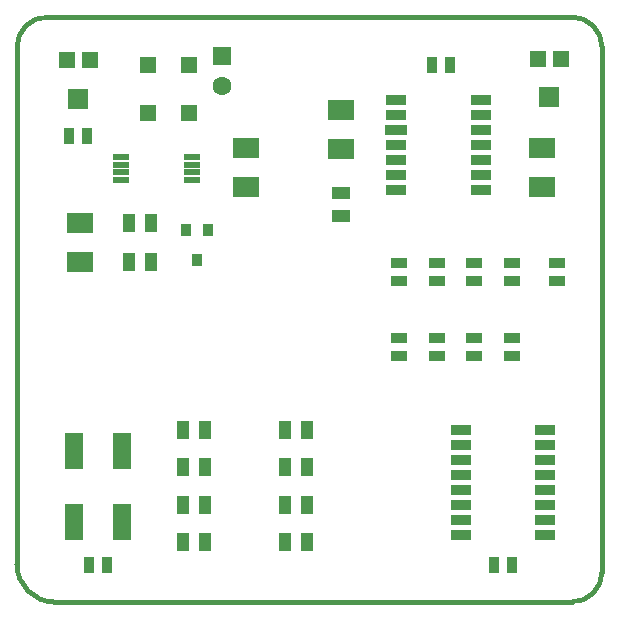
<source format=gbs>
G04 (created by PCBNEW (2013-mar-13)-testing) date Mon 19 Aug 2013 04:09:37 PM CEST*
%MOIN*%
G04 Gerber Fmt 3.4, Leading zero omitted, Abs format*
%FSLAX34Y34*%
G01*
G70*
G90*
G04 APERTURE LIST*
%ADD10C,0.000787402*%
%ADD11C,0.015*%
%ADD12R,0.052874X0.032874*%
%ADD13R,0.068874X0.031874*%
%ADD14R,0.072811X0.031874*%
%ADD15R,0.057874X0.021874*%
%ADD16R,0.062874X0.062874*%
%ADD17C,0.062874*%
%ADD18R,0.031874X0.042874*%
%ADD19R,0.070874X0.066974*%
%ADD20R,0.055074X0.055074*%
%ADD21R,0.062974X0.122074*%
%ADD22R,0.042874X0.062874*%
%ADD23R,0.062874X0.042874*%
%ADD24R,0.087874X0.067874*%
%ADD25R,0.032874X0.052874*%
G04 APERTURE END LIST*
G54D10*
G54D11*
X67250Y-28250D02*
X49750Y-28250D01*
X68250Y-46750D02*
X68250Y-29250D01*
X68250Y-29250D02*
G75*
G03X67250Y-28250I-1000J0D01*
G74*
G01*
X50000Y-47750D02*
X67250Y-47750D01*
X48750Y-46500D02*
X48750Y-29250D01*
X48750Y-46500D02*
G75*
G03X50000Y-47750I1250J0D01*
G74*
G01*
X67250Y-47750D02*
G75*
G03X68250Y-46750I0J1000D01*
G74*
G01*
X49750Y-28250D02*
G75*
G03X48750Y-29250I0J-1000D01*
G74*
G01*
G54D12*
X64000Y-39550D03*
X64000Y-38950D03*
G54D13*
X61392Y-34000D03*
X61392Y-33500D03*
X61392Y-33000D03*
X61392Y-32500D03*
G54D14*
X61392Y-32000D03*
G54D13*
X61392Y-31500D03*
X61392Y-31000D03*
X64207Y-31000D03*
X64207Y-31500D03*
X64207Y-32000D03*
X64207Y-32500D03*
X64207Y-33000D03*
X64207Y-33500D03*
X64207Y-34000D03*
G54D15*
X52218Y-33684D03*
X52218Y-33428D03*
X52218Y-33172D03*
X52218Y-32916D03*
X54581Y-32916D03*
X54581Y-33172D03*
X54581Y-33428D03*
X54581Y-33684D03*
G54D13*
X63542Y-45500D03*
X66357Y-45500D03*
X63542Y-45000D03*
X66357Y-45000D03*
X63542Y-44500D03*
X66357Y-44500D03*
X63542Y-44000D03*
X66357Y-44000D03*
X63542Y-43500D03*
X66357Y-43500D03*
X63542Y-43000D03*
X66357Y-43000D03*
X63542Y-42500D03*
X66357Y-42500D03*
X63542Y-42000D03*
X66357Y-42000D03*
G54D16*
X55600Y-29550D03*
G54D17*
X55600Y-30550D03*
G54D18*
X55125Y-35350D03*
X54375Y-35350D03*
X54750Y-36350D03*
G54D19*
X50800Y-30971D03*
G54D20*
X50406Y-29691D03*
X51194Y-29691D03*
G54D19*
X66500Y-30921D03*
G54D20*
X66106Y-29641D03*
X66894Y-29641D03*
X54488Y-29850D03*
X53111Y-29850D03*
X53111Y-31450D03*
X54488Y-31450D03*
G54D21*
X50663Y-45081D03*
X52237Y-45081D03*
X50663Y-42719D03*
X52237Y-42719D03*
G54D22*
X55025Y-42000D03*
X54275Y-42000D03*
X55025Y-43250D03*
X54275Y-43250D03*
X55025Y-44500D03*
X54275Y-44500D03*
X55025Y-45750D03*
X54275Y-45750D03*
X58425Y-42000D03*
X57675Y-42000D03*
X58425Y-43250D03*
X57675Y-43250D03*
X58425Y-44500D03*
X57675Y-44500D03*
X58425Y-45750D03*
X57675Y-45750D03*
G54D23*
X59550Y-34875D03*
X59550Y-34125D03*
G54D22*
X52475Y-36400D03*
X53225Y-36400D03*
X53225Y-35100D03*
X52475Y-35100D03*
G54D24*
X66250Y-32600D03*
X66250Y-33900D03*
X59550Y-32650D03*
X59550Y-31350D03*
X56400Y-33900D03*
X56400Y-32600D03*
X50850Y-35100D03*
X50850Y-36400D03*
G54D25*
X51750Y-46500D03*
X51150Y-46500D03*
X65250Y-46500D03*
X64650Y-46500D03*
X50500Y-32200D03*
X51100Y-32200D03*
X62600Y-29850D03*
X63200Y-29850D03*
G54D12*
X66750Y-36450D03*
X66750Y-37050D03*
X65250Y-39550D03*
X65250Y-38950D03*
X62750Y-39550D03*
X62750Y-38950D03*
X61500Y-39550D03*
X61500Y-38950D03*
X65250Y-36450D03*
X65250Y-37050D03*
X64000Y-36450D03*
X64000Y-37050D03*
X62750Y-36450D03*
X62750Y-37050D03*
X61500Y-36450D03*
X61500Y-37050D03*
M02*

</source>
